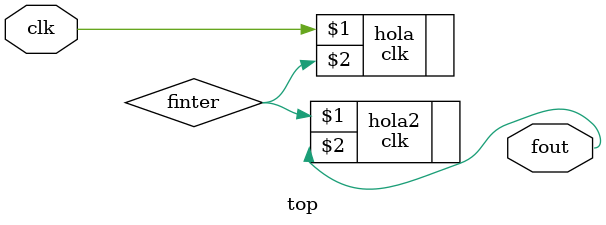
<source format=v>
module top(clk, fout);
	input clk;
	output fout;
	wire  finter;
	
	clk #(1_500_000, 3_500_000) hola(clk, finter);
	clk #(5,5) hola2(finter, fout);


endmodule

</source>
